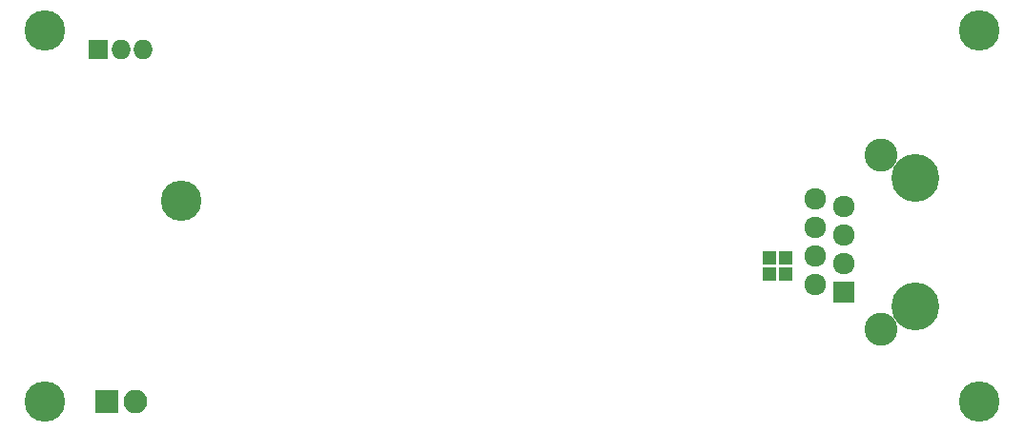
<source format=gbr>
G04 #@! TF.FileFunction,Soldermask,Bot*
%FSLAX46Y46*%
G04 Gerber Fmt 4.6, Leading zero omitted, Abs format (unit mm)*
G04 Created by KiCad (PCBNEW 4.0.6) date Sat Oct 21 15:15:02 2017*
%MOMM*%
%LPD*%
G01*
G04 APERTURE LIST*
%ADD10C,0.100000*%
%ADD11C,3.600000*%
%ADD12R,1.150000X1.200000*%
%ADD13R,2.100000X2.100000*%
%ADD14O,2.100000X2.100000*%
%ADD15R,1.750000X1.750000*%
%ADD16O,1.750000X1.750000*%
%ADD17C,4.250000*%
%ADD18R,1.920000X1.920000*%
%ADD19C,1.920000*%
%ADD20C,2.940000*%
G04 APERTURE END LIST*
D10*
D11*
X83550000Y-76000000D03*
D12*
X149330000Y-96200000D03*
X149330000Y-97700000D03*
X147910000Y-96200000D03*
X147910000Y-97700000D03*
D13*
X89050000Y-109000000D03*
D14*
X91590000Y-109000000D03*
D15*
X88300000Y-77700000D03*
D16*
X90300000Y-77700000D03*
X92300000Y-77700000D03*
D11*
X95640000Y-91154000D03*
X166550000Y-76000000D03*
X166550000Y-109000000D03*
X83550000Y-109000000D03*
D17*
X160890000Y-89090000D03*
X160890000Y-100530000D03*
D18*
X154540000Y-99260000D03*
D19*
X152000000Y-98620000D03*
X154540000Y-96710000D03*
X152000000Y-96080000D03*
X154540000Y-94170000D03*
X152000000Y-93540000D03*
X154540000Y-91640000D03*
D20*
X157840000Y-87060000D03*
X157840000Y-102560000D03*
D19*
X152000000Y-91000000D03*
M02*

</source>
